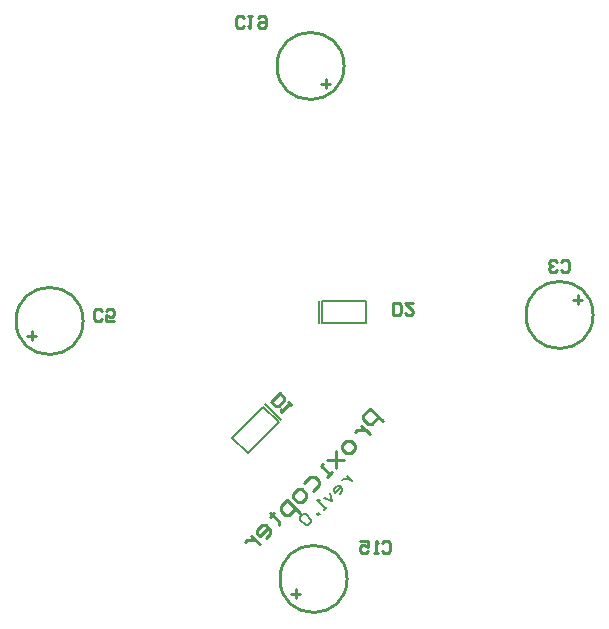
<source format=gbo>
%FSLAX25Y25*%
%MOIN*%
G70*
G01*
G75*
G04 Layer_Color=32896*
%ADD10C,0.03000*%
%ADD11C,0.02000*%
%ADD12C,0.06000*%
G04:AMPARAMS|DCode=13|XSize=70mil|YSize=63mil|CornerRadius=0mil|HoleSize=0mil|Usage=FLASHONLY|Rotation=225.000|XOffset=0mil|YOffset=0mil|HoleType=Round|Shape=Rectangle|*
%AMROTATEDRECTD13*
4,1,4,0.00248,0.04702,0.04702,0.00248,-0.00248,-0.04702,-0.04702,-0.00248,0.00248,0.04702,0.0*
%
%ADD13ROTATEDRECTD13*%

G04:AMPARAMS|DCode=14|XSize=9.84mil|YSize=61.02mil|CornerRadius=0mil|HoleSize=0mil|Usage=FLASHONLY|Rotation=45.000|XOffset=0mil|YOffset=0mil|HoleType=Round|Shape=Round|*
%AMOVALD14*
21,1,0.05118,0.00984,0.00000,0.00000,135.0*
1,1,0.00984,0.01810,-0.01810*
1,1,0.00984,-0.01810,0.01810*
%
%ADD14OVALD14*%

G04:AMPARAMS|DCode=15|XSize=9.84mil|YSize=61.02mil|CornerRadius=0mil|HoleSize=0mil|Usage=FLASHONLY|Rotation=315.000|XOffset=0mil|YOffset=0mil|HoleType=Round|Shape=Round|*
%AMOVALD15*
21,1,0.05118,0.00984,0.00000,0.00000,45.0*
1,1,0.00984,-0.01810,-0.01810*
1,1,0.00984,0.01810,0.01810*
%
%ADD15OVALD15*%

%ADD16O,0.01181X0.05118*%
%ADD17O,0.05118X0.01181*%
%ADD18R,0.05118X0.01181*%
%ADD19O,0.08661X0.02362*%
G04:AMPARAMS|DCode=20|XSize=23.62mil|YSize=62.99mil|CornerRadius=0mil|HoleSize=0mil|Usage=FLASHONLY|Rotation=225.000|XOffset=0mil|YOffset=0mil|HoleType=Round|Shape=Rectangle|*
%AMROTATEDRECTD20*
4,1,4,-0.01392,0.03062,0.03062,-0.01392,0.01392,-0.03062,-0.03062,0.01392,-0.01392,0.03062,0.0*
%
%ADD20ROTATEDRECTD20*%

G04:AMPARAMS|DCode=21|XSize=55.12mil|YSize=66.93mil|CornerRadius=0mil|HoleSize=0mil|Usage=FLASHONLY|Rotation=225.000|XOffset=0mil|YOffset=0mil|HoleType=Round|Shape=Rectangle|*
%AMROTATEDRECTD21*
4,1,4,-0.00418,0.04315,0.04315,-0.00418,0.00418,-0.04315,-0.04315,0.00418,-0.00418,0.04315,0.0*
%
%ADD21ROTATEDRECTD21*%

%ADD22R,0.05118X0.00984*%
%ADD23O,0.05118X0.00984*%
%ADD24O,0.00984X0.05118*%
%ADD25R,0.06299X0.01181*%
%ADD26O,0.06299X0.01181*%
%ADD27R,0.09843X0.09843*%
%ADD28R,0.05118X0.04134*%
%ADD29R,0.26575X0.05118*%
%ADD30R,0.04134X0.05118*%
G04:AMPARAMS|DCode=31|XSize=41.34mil|YSize=51.18mil|CornerRadius=0mil|HoleSize=0mil|Usage=FLASHONLY|Rotation=225.000|XOffset=0mil|YOffset=0mil|HoleType=Round|Shape=Rectangle|*
%AMROTATEDRECTD31*
4,1,4,-0.00348,0.03271,0.03271,-0.00348,0.00348,-0.03271,-0.03271,0.00348,-0.00348,0.03271,0.0*
%
%ADD31ROTATEDRECTD31*%

G04:AMPARAMS|DCode=32|XSize=41.34mil|YSize=51.18mil|CornerRadius=0mil|HoleSize=0mil|Usage=FLASHONLY|Rotation=135.000|XOffset=0mil|YOffset=0mil|HoleType=Round|Shape=Rectangle|*
%AMROTATEDRECTD32*
4,1,4,0.03271,0.00348,-0.00348,-0.03271,-0.03271,-0.00348,0.00348,0.03271,0.03271,0.00348,0.0*
%
%ADD32ROTATEDRECTD32*%

%ADD33R,0.05118X0.26575*%
%ADD34C,0.07000*%
%ADD35C,0.01200*%
%ADD36C,0.04000*%
%ADD37C,0.01500*%
%ADD38C,0.01000*%
%ADD39C,0.02500*%
%ADD40C,0.01400*%
%ADD41P,0.08485X4X360.0*%
%ADD42C,0.06000*%
%ADD43R,0.06000X0.06000*%
%ADD44P,0.08485X4X270.0*%
%ADD45P,0.09900X4X180.0*%
%ADD46C,0.07000*%
%ADD47R,0.06000X0.06000*%
%ADD48C,0.27559*%
%ADD49C,0.06693*%
%ADD50C,0.05000*%
%ADD51C,0.05000*%
%ADD52C,0.02100*%
G04:AMPARAMS|DCode=53|XSize=51mil|YSize=55mil|CornerRadius=0mil|HoleSize=0mil|Usage=FLASHONLY|Rotation=45.000|XOffset=0mil|YOffset=0mil|HoleType=Round|Shape=Rectangle|*
%AMROTATEDRECTD53*
4,1,4,0.00141,-0.03748,-0.03748,0.00141,-0.00141,0.03748,0.03748,-0.00141,0.00141,-0.03748,0.0*
%
%ADD53ROTATEDRECTD53*%

%ADD54R,0.05100X0.05500*%
%ADD55C,0.03937*%
%ADD56C,0.01800*%
%ADD57C,0.07874*%
%ADD58C,0.00984*%
%ADD59C,0.02362*%
%ADD60C,0.00787*%
%ADD61C,0.01181*%
%ADD62C,0.00394*%
%ADD63C,0.00900*%
G04:AMPARAMS|DCode=64|XSize=74mil|YSize=67mil|CornerRadius=0mil|HoleSize=0mil|Usage=FLASHONLY|Rotation=225.000|XOffset=0mil|YOffset=0mil|HoleType=Round|Shape=Rectangle|*
%AMROTATEDRECTD64*
4,1,4,0.00248,0.04985,0.04985,0.00248,-0.00248,-0.04985,-0.04985,-0.00248,0.00248,0.04985,0.0*
%
%ADD64ROTATEDRECTD64*%

G04:AMPARAMS|DCode=65|XSize=13.84mil|YSize=65.02mil|CornerRadius=0mil|HoleSize=0mil|Usage=FLASHONLY|Rotation=45.000|XOffset=0mil|YOffset=0mil|HoleType=Round|Shape=Round|*
%AMOVALD65*
21,1,0.05118,0.01384,0.00000,0.00000,135.0*
1,1,0.01384,0.01810,-0.01810*
1,1,0.01384,-0.01810,0.01810*
%
%ADD65OVALD65*%

G04:AMPARAMS|DCode=66|XSize=13.84mil|YSize=65.02mil|CornerRadius=0mil|HoleSize=0mil|Usage=FLASHONLY|Rotation=315.000|XOffset=0mil|YOffset=0mil|HoleType=Round|Shape=Round|*
%AMOVALD66*
21,1,0.05118,0.01384,0.00000,0.00000,45.0*
1,1,0.01384,-0.01810,-0.01810*
1,1,0.01384,0.01810,0.01810*
%
%ADD66OVALD66*%

%ADD67O,0.01581X0.05518*%
%ADD68O,0.05518X0.01581*%
%ADD69R,0.05518X0.01581*%
%ADD70O,0.09061X0.02762*%
G04:AMPARAMS|DCode=71|XSize=27.62mil|YSize=66.99mil|CornerRadius=0mil|HoleSize=0mil|Usage=FLASHONLY|Rotation=225.000|XOffset=0mil|YOffset=0mil|HoleType=Round|Shape=Rectangle|*
%AMROTATEDRECTD71*
4,1,4,-0.01392,0.03345,0.03345,-0.01392,0.01392,-0.03345,-0.03345,0.01392,-0.01392,0.03345,0.0*
%
%ADD71ROTATEDRECTD71*%

G04:AMPARAMS|DCode=72|XSize=59.12mil|YSize=70.93mil|CornerRadius=0mil|HoleSize=0mil|Usage=FLASHONLY|Rotation=225.000|XOffset=0mil|YOffset=0mil|HoleType=Round|Shape=Rectangle|*
%AMROTATEDRECTD72*
4,1,4,-0.00418,0.04598,0.04598,-0.00418,0.00418,-0.04598,-0.04598,0.00418,-0.00418,0.04598,0.0*
%
%ADD72ROTATEDRECTD72*%

%ADD73R,0.05518X0.01384*%
%ADD74O,0.05518X0.01384*%
%ADD75O,0.01384X0.05518*%
%ADD76R,0.06699X0.01581*%
%ADD77O,0.06699X0.01581*%
%ADD78R,0.10243X0.10243*%
%ADD79R,0.05518X0.04534*%
%ADD80R,0.26975X0.05518*%
%ADD81R,0.04534X0.05518*%
G04:AMPARAMS|DCode=82|XSize=45.34mil|YSize=55.18mil|CornerRadius=0mil|HoleSize=0mil|Usage=FLASHONLY|Rotation=225.000|XOffset=0mil|YOffset=0mil|HoleType=Round|Shape=Rectangle|*
%AMROTATEDRECTD82*
4,1,4,-0.00348,0.03554,0.03554,-0.00348,0.00348,-0.03554,-0.03554,0.00348,-0.00348,0.03554,0.0*
%
%ADD82ROTATEDRECTD82*%

G04:AMPARAMS|DCode=83|XSize=45.34mil|YSize=55.18mil|CornerRadius=0mil|HoleSize=0mil|Usage=FLASHONLY|Rotation=135.000|XOffset=0mil|YOffset=0mil|HoleType=Round|Shape=Rectangle|*
%AMROTATEDRECTD83*
4,1,4,0.03554,0.00348,-0.00348,-0.03554,-0.03554,-0.00348,0.00348,0.03554,0.03554,0.00348,0.0*
%
%ADD83ROTATEDRECTD83*%

%ADD84R,0.05518X0.26975*%
%ADD85P,0.09051X4X360.0*%
%ADD86C,0.06400*%
%ADD87R,0.06400X0.06400*%
%ADD88P,0.09051X4X270.0*%
%ADD89P,0.10465X4X180.0*%
%ADD90C,0.07400*%
%ADD91R,0.06400X0.06400*%
%ADD92C,0.27959*%
%ADD93C,0.07093*%
%ADD94C,0.05400*%
G04:AMPARAMS|DCode=95|XSize=55mil|YSize=59mil|CornerRadius=0mil|HoleSize=0mil|Usage=FLASHONLY|Rotation=45.000|XOffset=0mil|YOffset=0mil|HoleType=Round|Shape=Rectangle|*
%AMROTATEDRECTD95*
4,1,4,0.00141,-0.04031,-0.04031,0.00141,-0.00141,0.04031,0.04031,-0.00141,0.00141,-0.04031,0.0*
%
%ADD95ROTATEDRECTD95*%

%ADD96R,0.05500X0.05900*%
%ADD97C,0.00800*%
D38*
X797180Y497000D02*
G03*
X797180Y497000I-11180J0D01*
G01*
X627180Y495000D02*
G03*
X627180Y495000I-11180J0D01*
G01*
X715180Y409000D02*
G03*
X715180Y409000I-11180J0D01*
G01*
X714180Y580000D02*
G03*
X714180Y580000I-11180J0D01*
G01*
X790500Y502000D02*
X791500Y502000D01*
X792000Y500500D02*
Y503500D01*
X791000Y502000D02*
X793500Y502000D01*
X610500Y490000D02*
X611500Y490000D01*
X610000Y488500D02*
Y491500D01*
X608500Y490000D02*
X611000Y490000D01*
X698500Y404000D02*
X699500D01*
X698000Y402500D02*
Y405500D01*
X696500Y404000D02*
X699000D01*
X708000Y574500D02*
Y575500D01*
X706500Y574000D02*
X709500D01*
X708000Y572500D02*
Y575000D01*
X727000Y461500D02*
X722759Y465741D01*
X720638Y463621D01*
Y462207D01*
X722052Y460793D01*
X723466D01*
X725586Y462914D01*
X719931Y460086D02*
X722759Y457259D01*
X721345Y458673D01*
X719931D01*
X718517D01*
X717811Y457966D01*
Y452311D02*
X716397Y450897D01*
X714983D01*
X713569Y452311D01*
Y453724D01*
X714983Y455138D01*
X716397D01*
X717811Y453724D01*
Y452311D01*
X711449Y451604D02*
Y445949D01*
X711449Y448776D01*
X708621D01*
X714276D01*
X710035Y444535D02*
X708621Y443121D01*
X709328Y443828D01*
X706500Y446656D01*
X707207Y447362D01*
X700845Y441001D02*
X702966Y443121D01*
X704380D01*
X705794Y441707D01*
Y440294D01*
X703673Y438173D01*
X701552Y436052D02*
X700139Y434639D01*
X698725D01*
X697311Y436052D01*
Y437466D01*
X698725Y438880D01*
X700139D01*
X701552Y437466D01*
Y436052D01*
X699432Y431104D02*
X695190Y435346D01*
X693070Y433225D01*
Y431811D01*
X694484Y430397D01*
X695897D01*
X698018Y432518D01*
X689536Y431104D02*
X690242Y430397D01*
X690949Y431104D01*
X689536Y429691D01*
X690242Y430397D01*
X692363Y428277D01*
X692363Y426863D01*
X688122Y422622D02*
X689536Y424036D01*
Y425449D01*
X688122Y426863D01*
X686708D01*
X685294Y425449D01*
Y424036D01*
X686001Y423329D01*
X688829Y426156D01*
X683174Y423329D02*
X686001Y420501D01*
X684587Y421915D01*
X683174D01*
X681760D01*
X681053Y421208D01*
D63*
X786468Y514624D02*
X787135Y515290D01*
X788467D01*
X789134Y514624D01*
Y511958D01*
X788467Y511291D01*
X787135D01*
X786468Y511958D01*
X785135Y514624D02*
X784469Y515290D01*
X783136D01*
X782469Y514624D01*
Y513957D01*
X783136Y513291D01*
X783802D01*
X783136D01*
X782469Y512624D01*
Y511958D01*
X783136Y511291D01*
X784469D01*
X785135Y511958D01*
X633441Y495617D02*
X632775Y494950D01*
X631442D01*
X630776Y495617D01*
Y498282D01*
X631442Y498949D01*
X632775D01*
X633441Y498282D01*
X637440Y494950D02*
X634774D01*
Y496949D01*
X636107Y496283D01*
X636774D01*
X637440Y496949D01*
Y498282D01*
X636774Y498949D01*
X635441D01*
X634774Y498282D01*
X680966Y593268D02*
X680299Y592601D01*
X678966D01*
X678300Y593268D01*
Y595934D01*
X678966Y596600D01*
X680299D01*
X680966Y595934D01*
X682299Y596600D02*
X683632D01*
X682965D01*
Y592601D01*
X682299Y593268D01*
X685631Y595934D02*
X686297Y596600D01*
X687630D01*
X688297Y595934D01*
Y593268D01*
X687630Y592601D01*
X686297D01*
X685631Y593268D01*
Y593934D01*
X686297Y594601D01*
X688297D01*
X689972Y468073D02*
X692800Y470900D01*
X694214Y469486D01*
Y468544D01*
X692329Y466659D01*
X691386D01*
X689972Y468073D01*
X695627D02*
X696570Y467130D01*
X696099Y467601D01*
X693271Y464774D01*
Y465716D01*
X730500Y497001D02*
Y501000D01*
X732499D01*
X733166Y500334D01*
Y497668D01*
X732499Y497001D01*
X730500D01*
X737164Y501000D02*
X734499D01*
X737164Y498334D01*
Y497668D01*
X736498Y497001D01*
X735165D01*
X734499Y497668D01*
X726834Y421032D02*
X727501Y421699D01*
X728834D01*
X729500Y421032D01*
Y418366D01*
X728834Y417700D01*
X727501D01*
X726834Y418366D01*
X725501Y417700D02*
X724168D01*
X724835D01*
Y421699D01*
X725501Y421032D01*
X719503Y421699D02*
X722169D01*
Y419699D01*
X720836Y420366D01*
X720170D01*
X719503Y419699D01*
Y418366D01*
X720170Y417700D01*
X721503D01*
X722169Y418366D01*
D97*
X687162Y466465D02*
X692465Y461162D01*
X676838Y456141D02*
X687162Y466465D01*
X682141Y450838D02*
X692465Y461162D01*
X676838Y456141D02*
X682141Y450838D01*
X687975Y467278D02*
X693278Y461975D01*
X706950Y494250D02*
Y501750D01*
Y494250D02*
X721550D01*
X706950Y501750D02*
X721550D01*
Y494250D02*
Y501750D01*
X705800Y494250D02*
Y501750D01*
X715015Y443385D02*
X716900Y441500D01*
X715957Y442443D01*
X715015D01*
X714073D01*
X713601Y441971D01*
X712659Y437259D02*
X713601Y438201D01*
Y439144D01*
X712659Y440086D01*
X711716D01*
X710774Y439144D01*
Y438201D01*
X711245Y437730D01*
X713130Y439615D01*
X709360Y437730D02*
X710302Y434902D01*
X707475Y435845D01*
X708418Y433017D02*
X707475Y432075D01*
X707946Y432546D01*
X705119Y435374D01*
X706061D01*
Y430661D02*
X705590Y431132D01*
X705119Y430661D01*
X705590Y430190D01*
X706061Y430661D01*
X701349D02*
X700406D01*
X699464Y429719D01*
Y428776D01*
X701349Y426891D01*
X702291D01*
X703234Y427834D01*
Y428776D01*
X701349Y430661D01*
M02*

</source>
